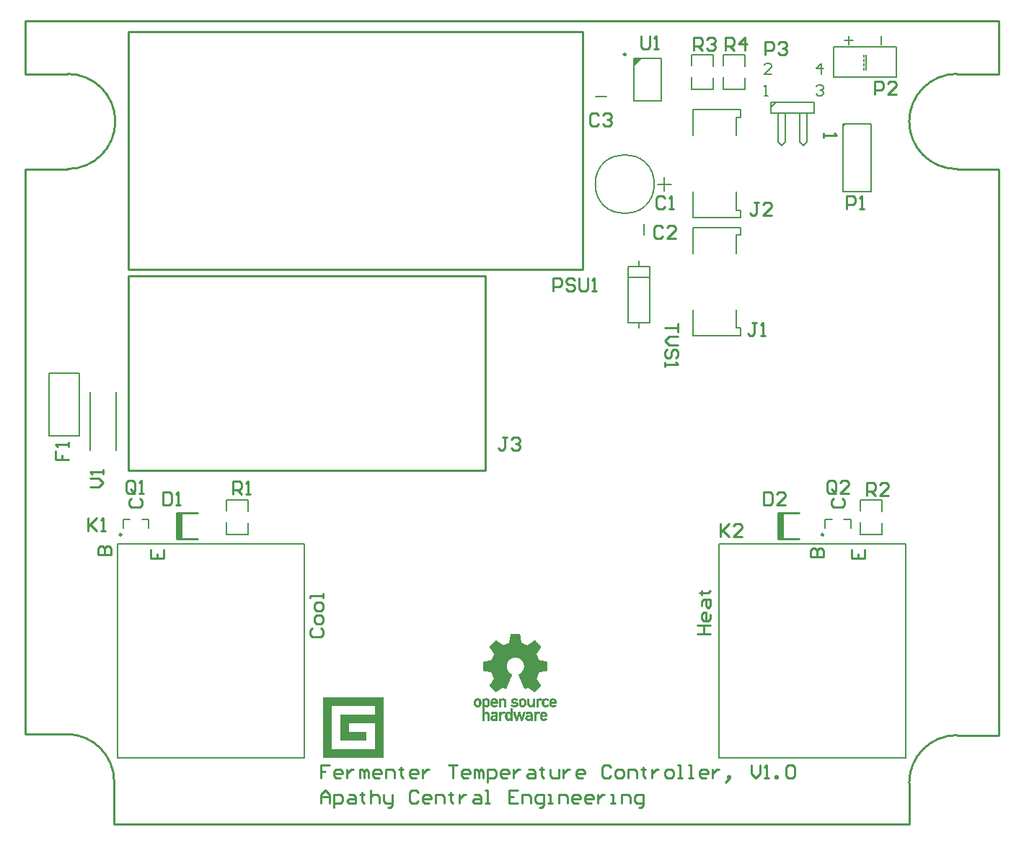
<source format=gto>
%FSLAX24Y24*%
%MOIN*%
G70*
G01*
G75*
G04 Layer_Color=65535*
%ADD10R,0.0236X0.0335*%
%ADD11R,0.1100X0.0290*%
%ADD12R,0.0591X0.0512*%
%ADD13R,0.0630X0.0512*%
%ADD14R,0.0512X0.0591*%
%ADD15O,0.0630X0.0236*%
%ADD16R,0.0550X0.1181*%
%ADD17C,0.0100*%
%ADD18C,0.0500*%
%ADD19C,0.0787*%
%ADD20O,0.0866X0.1102*%
%ADD21C,0.0669*%
G04:AMPARAMS|DCode=22|XSize=66.9mil|YSize=66.9mil|CornerRadius=8.4mil|HoleSize=0mil|Usage=FLASHONLY|Rotation=180.000|XOffset=0mil|YOffset=0mil|HoleType=Round|Shape=RoundedRectangle|*
%AMROUNDEDRECTD22*
21,1,0.0669,0.0502,0,0,180.0*
21,1,0.0502,0.0669,0,0,180.0*
1,1,0.0167,-0.0251,0.0251*
1,1,0.0167,0.0251,0.0251*
1,1,0.0167,0.0251,-0.0251*
1,1,0.0167,-0.0251,-0.0251*
%
%ADD22ROUNDEDRECTD22*%
%ADD23C,0.1000*%
%ADD24C,0.2500*%
G04:AMPARAMS|DCode=25|XSize=75mil|YSize=75mil|CornerRadius=9.4mil|HoleSize=0mil|Usage=FLASHONLY|Rotation=0.000|XOffset=0mil|YOffset=0mil|HoleType=Round|Shape=RoundedRectangle|*
%AMROUNDEDRECTD25*
21,1,0.0750,0.0563,0,0,0.0*
21,1,0.0563,0.0750,0,0,0.0*
1,1,0.0188,0.0281,-0.0281*
1,1,0.0188,-0.0281,-0.0281*
1,1,0.0188,-0.0281,0.0281*
1,1,0.0188,0.0281,0.0281*
%
%ADD25ROUNDEDRECTD25*%
%ADD26C,0.0750*%
G04:AMPARAMS|DCode=27|XSize=110mil|YSize=110mil|CornerRadius=13.8mil|HoleSize=0mil|Usage=FLASHONLY|Rotation=90.000|XOffset=0mil|YOffset=0mil|HoleType=Round|Shape=RoundedRectangle|*
%AMROUNDEDRECTD27*
21,1,0.1100,0.0825,0,0,90.0*
21,1,0.0825,0.1100,0,0,90.0*
1,1,0.0275,0.0413,0.0413*
1,1,0.0275,0.0413,-0.0413*
1,1,0.0275,-0.0413,-0.0413*
1,1,0.0275,-0.0413,0.0413*
%
%ADD27ROUNDEDRECTD27*%
%ADD28C,0.1100*%
%ADD29O,0.0850X0.1000*%
G04:AMPARAMS|DCode=30|XSize=110mil|YSize=110mil|CornerRadius=13.8mil|HoleSize=0mil|Usage=FLASHONLY|Rotation=180.000|XOffset=0mil|YOffset=0mil|HoleType=Round|Shape=RoundedRectangle|*
%AMROUNDEDRECTD30*
21,1,0.1100,0.0825,0,0,180.0*
21,1,0.0825,0.1100,0,0,180.0*
1,1,0.0275,-0.0413,0.0413*
1,1,0.0275,0.0413,0.0413*
1,1,0.0275,0.0413,-0.0413*
1,1,0.0275,-0.0413,-0.0413*
%
%ADD30ROUNDEDRECTD30*%
%ADD31C,0.1300*%
%ADD32C,0.0551*%
%ADD33C,0.0591*%
%ADD34R,0.0591X0.0591*%
%ADD35C,0.0500*%
%ADD36C,0.0098*%
%ADD37C,0.0050*%
%ADD38C,0.0079*%
%ADD39C,0.0060*%
%ADD40C,0.0010*%
%ADD41C,0.0080*%
G36*
X16500Y5550D02*
Y3550D01*
Y3150D01*
X13700D01*
Y3550D01*
Y5550D01*
Y5950D01*
X16500D01*
Y5550D01*
D02*
G37*
G36*
X28070Y35141D02*
Y35534D01*
X28464D01*
X28070Y35141D01*
D02*
G37*
%LPC*%
G36*
X16100Y5550D02*
X14100D01*
Y3550D01*
X16100D01*
Y4750D01*
X14900D01*
Y4350D01*
X15700D01*
Y3950D01*
X14500D01*
Y4750D01*
Y5150D01*
X16100D01*
Y5550D01*
D02*
G37*
%LPD*%
D17*
X4700Y25750D02*
Y36750D01*
X25700Y25750D02*
Y36750D01*
X4700Y25750D02*
X25700D01*
X4700Y36750D02*
X25700D01*
X21200Y16450D02*
Y25450D01*
X4700Y16450D02*
X21200D01*
X4700D02*
Y25450D01*
X21200D01*
X6950Y13300D02*
X7900D01*
X7050Y13350D02*
Y14500D01*
X7150Y13300D02*
Y14500D01*
X6950Y13300D02*
Y14500D01*
X7900D01*
X34750Y13300D02*
X35700D01*
X34850Y13350D02*
Y14500D01*
X34950Y13300D02*
Y14500D01*
X34750Y13300D02*
Y14500D01*
X35700D01*
X29500Y29050D02*
X29400Y29150D01*
X29200D01*
X29100Y29050D01*
Y28650D01*
X29200Y28550D01*
X29400D01*
X29500Y28650D01*
X29700Y28550D02*
X29900D01*
X29800D01*
Y29150D01*
X29700Y29050D01*
X22200Y18000D02*
X22000D01*
X22100D01*
Y17500D01*
X22000Y17400D01*
X21900D01*
X21800Y17500D01*
X22400Y17900D02*
X22500Y18000D01*
X22700D01*
X22800Y17900D01*
Y17800D01*
X22700Y17700D01*
X22600D01*
X22700D01*
X22800Y17600D01*
Y17500D01*
X22700Y17400D01*
X22500D01*
X22400Y17500D01*
X29400Y27700D02*
X29300Y27800D01*
X29100D01*
X29000Y27700D01*
Y27300D01*
X29100Y27200D01*
X29300D01*
X29400Y27300D01*
X30000Y27200D02*
X29600D01*
X30000Y27600D01*
Y27700D01*
X29900Y27800D01*
X29700D01*
X29600Y27700D01*
X26450Y32900D02*
X26350Y33000D01*
X26150D01*
X26050Y32900D01*
Y32500D01*
X26150Y32400D01*
X26350D01*
X26450Y32500D01*
X26650Y32900D02*
X26750Y33000D01*
X26950D01*
X27050Y32900D01*
Y32800D01*
X26950Y32700D01*
X26850D01*
X26950D01*
X27050Y32600D01*
Y32500D01*
X26950Y32400D01*
X26750D01*
X26650Y32500D01*
X6290Y15450D02*
Y14850D01*
X6590D01*
X6690Y14950D01*
Y15350D01*
X6590Y15450D01*
X6290D01*
X6890Y14850D02*
X7090D01*
X6990D01*
Y15450D01*
X6890Y15350D01*
X34080Y15450D02*
Y14850D01*
X34380D01*
X34480Y14950D01*
Y15350D01*
X34380Y15450D01*
X34080D01*
X35080Y14850D02*
X34680D01*
X35080Y15250D01*
Y15350D01*
X34980Y15450D01*
X34780D01*
X34680Y15350D01*
X1350Y17350D02*
Y16950D01*
X1650D01*
Y17150D01*
Y16950D01*
X1950D01*
Y17550D02*
Y17750D01*
Y17650D01*
X1350D01*
X1450Y17550D01*
X37900Y28550D02*
Y29150D01*
X38200D01*
X38300Y29050D01*
Y28850D01*
X38200Y28750D01*
X37900D01*
X38500Y28550D02*
X38700D01*
X38600D01*
Y29150D01*
X38500Y29050D01*
X39200Y33850D02*
Y34450D01*
X39500D01*
X39600Y34350D01*
Y34150D01*
X39500Y34050D01*
X39200D01*
X40200Y33850D02*
X39800D01*
X40200Y34250D01*
Y34350D01*
X40100Y34450D01*
X39900D01*
X39800Y34350D01*
X24350Y24750D02*
Y25350D01*
X24650D01*
X24750Y25250D01*
Y25050D01*
X24650Y24950D01*
X24350D01*
X25350Y25250D02*
X25250Y25350D01*
X25050D01*
X24950Y25250D01*
Y25150D01*
X25050Y25050D01*
X25250D01*
X25350Y24950D01*
Y24850D01*
X25250Y24750D01*
X25050D01*
X24950Y24850D01*
X25550Y25350D02*
Y24850D01*
X25650Y24750D01*
X25850D01*
X25949Y24850D01*
Y25350D01*
X26149Y24750D02*
X26349D01*
X26249D01*
Y25350D01*
X26149Y25250D01*
X5000Y15500D02*
Y15900D01*
X4900Y16000D01*
X4700D01*
X4600Y15900D01*
Y15500D01*
X4700Y15400D01*
X4900D01*
X4800Y15600D02*
X5000Y15400D01*
X4900D02*
X5000Y15500D01*
X5200Y15400D02*
X5400D01*
X5300D01*
Y16000D01*
X5200Y15900D01*
X37400Y15500D02*
Y15900D01*
X37300Y16000D01*
X37100D01*
X37000Y15900D01*
Y15500D01*
X37100Y15400D01*
X37300D01*
X37200Y15600D02*
X37400Y15400D01*
X37300D02*
X37400Y15500D01*
X38000Y15400D02*
X37600D01*
X38000Y15800D01*
Y15900D01*
X37900Y16000D01*
X37700D01*
X37600Y15900D01*
X9550Y15350D02*
Y15950D01*
X9850D01*
X9950Y15850D01*
Y15650D01*
X9850Y15550D01*
X9550D01*
X9750D02*
X9950Y15350D01*
X10150D02*
X10350D01*
X10250D01*
Y15950D01*
X10150Y15850D01*
X38850Y15300D02*
Y15900D01*
X39150D01*
X39250Y15800D01*
Y15600D01*
X39150Y15500D01*
X38850D01*
X39050D02*
X39250Y15300D01*
X39850D02*
X39450D01*
X39850Y15700D01*
Y15800D01*
X39750Y15900D01*
X39550D01*
X39450Y15800D01*
X30850Y35900D02*
Y36500D01*
X31150D01*
X31250Y36400D01*
Y36200D01*
X31150Y36100D01*
X30850D01*
X31050D02*
X31250Y35900D01*
X31450Y36400D02*
X31550Y36500D01*
X31750D01*
X31850Y36400D01*
Y36300D01*
X31750Y36200D01*
X31650D01*
X31750D01*
X31850Y36100D01*
Y36000D01*
X31750Y35900D01*
X31550D01*
X31450Y36000D01*
X32300Y35900D02*
Y36500D01*
X32600D01*
X32700Y36400D01*
Y36200D01*
X32600Y36100D01*
X32300D01*
X32500D02*
X32700Y35900D01*
X33200D02*
Y36500D01*
X32900Y36200D01*
X33300D01*
X30100Y23250D02*
Y22850D01*
Y23050D01*
X29500D01*
X30100Y22650D02*
X29700D01*
X29500Y22450D01*
X29700Y22250D01*
X30100D01*
X30000Y21651D02*
X30100Y21750D01*
Y21950D01*
X30000Y22050D01*
X29900D01*
X29800Y21950D01*
Y21750D01*
X29700Y21651D01*
X29600D01*
X29500Y21750D01*
Y21950D01*
X29600Y22050D01*
X29500Y21451D02*
Y21251D01*
Y21351D01*
X30100D01*
X30000Y21451D01*
X2850Y14250D02*
Y13650D01*
Y13850D01*
X3250Y14250D01*
X2950Y13950D01*
X3250Y13650D01*
X3450D02*
X3650D01*
X3550D01*
Y14250D01*
X3450Y14150D01*
X32075Y13985D02*
Y13385D01*
Y13585D01*
X32475Y13985D01*
X32175Y13685D01*
X32475Y13385D01*
X33075D02*
X32675D01*
X33075Y13785D01*
Y13885D01*
X32975Y13985D01*
X32775D01*
X32675Y13885D01*
X33750Y23300D02*
X33550D01*
X33650D01*
Y22800D01*
X33550Y22700D01*
X33450D01*
X33350Y22800D01*
X33950Y22700D02*
X34150D01*
X34050D01*
Y23300D01*
X33950Y23200D01*
X33850Y28850D02*
X33650D01*
X33750D01*
Y28350D01*
X33650Y28250D01*
X33550D01*
X33450Y28350D01*
X34450Y28250D02*
X34050D01*
X34450Y28650D01*
Y28750D01*
X34350Y28850D01*
X34150D01*
X34050Y28750D01*
X28400Y36550D02*
Y36050D01*
X28500Y35950D01*
X28700D01*
X28800Y36050D01*
Y36550D01*
X29000Y35950D02*
X29200D01*
X29100D01*
Y36550D01*
X29000Y36450D01*
X2950Y15700D02*
X3350D01*
X3550Y15900D01*
X3350Y16100D01*
X2950D01*
X3550Y16300D02*
Y16500D01*
Y16400D01*
X2950D01*
X3050Y16300D01*
X34125Y35675D02*
Y36275D01*
X34425D01*
X34525Y36175D01*
Y35975D01*
X34425Y35875D01*
X34125D01*
X34725Y36175D02*
X34825Y36275D01*
X35025D01*
X35125Y36175D01*
Y36075D01*
X35025Y35975D01*
X34925D01*
X35025D01*
X35125Y35875D01*
Y35775D01*
X35025Y35675D01*
X34825D01*
X34725Y35775D01*
X37300Y15150D02*
X37200Y15050D01*
Y14850D01*
X37300Y14750D01*
X37700D01*
X37800Y14850D01*
Y15050D01*
X37700Y15150D01*
X38150Y12800D02*
Y12400D01*
X38750D01*
Y12800D01*
X38450Y12400D02*
Y12600D01*
X36250Y12450D02*
X36850D01*
Y12750D01*
X36750Y12850D01*
X36650D01*
X36550Y12750D01*
Y12450D01*
Y12750D01*
X36450Y12850D01*
X36350D01*
X36250Y12750D01*
Y12450D01*
X4850Y15150D02*
X4750Y15050D01*
Y14850D01*
X4850Y14750D01*
X5250D01*
X5350Y14850D01*
Y15050D01*
X5250Y15150D01*
X5750Y12800D02*
Y12400D01*
X6350D01*
Y12800D01*
X6050Y12400D02*
Y12600D01*
X3300Y12550D02*
X3900D01*
Y12850D01*
X3800Y12950D01*
X3700D01*
X3600Y12850D01*
Y12550D01*
Y12850D01*
X3500Y12950D01*
X3400D01*
X3300Y12850D01*
Y12550D01*
X31000Y8900D02*
X31600D01*
X31300D01*
Y9300D01*
X31000D01*
X31600D01*
Y9800D02*
Y9600D01*
X31500Y9500D01*
X31300D01*
X31200Y9600D01*
Y9800D01*
X31300Y9900D01*
X31400D01*
Y9500D01*
X31200Y10200D02*
Y10400D01*
X31300Y10499D01*
X31600D01*
Y10200D01*
X31500Y10100D01*
X31400Y10200D01*
Y10499D01*
X31100Y10799D02*
X31200D01*
Y10699D01*
Y10899D01*
Y10799D01*
X31500D01*
X31600Y10899D01*
X13200Y9150D02*
X13100Y9050D01*
Y8850D01*
X13200Y8750D01*
X13600D01*
X13700Y8850D01*
Y9050D01*
X13600Y9150D01*
X13700Y9450D02*
Y9650D01*
X13600Y9750D01*
X13400D01*
X13300Y9650D01*
Y9450D01*
X13400Y9350D01*
X13600D01*
X13700Y9450D01*
Y10050D02*
Y10250D01*
X13600Y10349D01*
X13400D01*
X13300Y10250D01*
Y10050D01*
X13400Y9950D01*
X13600D01*
X13700Y10050D01*
Y10549D02*
Y10749D01*
Y10649D01*
X13100D01*
Y10549D01*
X13600Y1060D02*
Y1460D01*
X13800Y1660D01*
X14000Y1460D01*
Y1060D01*
Y1360D01*
X13600D01*
X14200Y860D02*
Y1460D01*
X14500D01*
X14600Y1360D01*
Y1160D01*
X14500Y1060D01*
X14200D01*
X14900Y1460D02*
X15100D01*
X15199Y1360D01*
Y1060D01*
X14900D01*
X14800Y1160D01*
X14900Y1260D01*
X15199D01*
X15499Y1560D02*
Y1460D01*
X15399D01*
X15599D01*
X15499D01*
Y1160D01*
X15599Y1060D01*
X15899Y1660D02*
Y1060D01*
Y1360D01*
X15999Y1460D01*
X16199D01*
X16299Y1360D01*
Y1060D01*
X16499Y1460D02*
Y1160D01*
X16599Y1060D01*
X16899D01*
Y960D01*
X16799Y860D01*
X16699D01*
X16899Y1060D02*
Y1460D01*
X18099Y1560D02*
X17999Y1660D01*
X17799D01*
X17699Y1560D01*
Y1160D01*
X17799Y1060D01*
X17999D01*
X18099Y1160D01*
X18598Y1060D02*
X18398D01*
X18298Y1160D01*
Y1360D01*
X18398Y1460D01*
X18598D01*
X18698Y1360D01*
Y1260D01*
X18298D01*
X18898Y1060D02*
Y1460D01*
X19198D01*
X19298Y1360D01*
Y1060D01*
X19598Y1560D02*
Y1460D01*
X19498D01*
X19698D01*
X19598D01*
Y1160D01*
X19698Y1060D01*
X19998Y1460D02*
Y1060D01*
Y1260D01*
X20098Y1360D01*
X20198Y1460D01*
X20298D01*
X20698D02*
X20898D01*
X20998Y1360D01*
Y1060D01*
X20698D01*
X20598Y1160D01*
X20698Y1260D01*
X20998D01*
X21198Y1060D02*
X21397D01*
X21298D01*
Y1660D01*
X21198D01*
X22697D02*
X22297D01*
Y1060D01*
X22697D01*
X22297Y1360D02*
X22497D01*
X22897Y1060D02*
Y1460D01*
X23197D01*
X23297Y1360D01*
Y1060D01*
X23697Y860D02*
X23797D01*
X23897Y960D01*
Y1460D01*
X23597D01*
X23497Y1360D01*
Y1160D01*
X23597Y1060D01*
X23897D01*
X24097D02*
X24297D01*
X24197D01*
Y1460D01*
X24097D01*
X24596Y1060D02*
Y1460D01*
X24896D01*
X24996Y1360D01*
Y1060D01*
X25496D02*
X25296D01*
X25196Y1160D01*
Y1360D01*
X25296Y1460D01*
X25496D01*
X25596Y1360D01*
Y1260D01*
X25196D01*
X26096Y1060D02*
X25896D01*
X25796Y1160D01*
Y1360D01*
X25896Y1460D01*
X26096D01*
X26196Y1360D01*
Y1260D01*
X25796D01*
X26396Y1460D02*
Y1060D01*
Y1260D01*
X26496Y1360D01*
X26596Y1460D01*
X26696D01*
X26996Y1060D02*
X27196D01*
X27096D01*
Y1460D01*
X26996D01*
X27496Y1060D02*
Y1460D01*
X27795D01*
X27895Y1360D01*
Y1060D01*
X28295Y860D02*
X28395D01*
X28495Y960D01*
Y1460D01*
X28195D01*
X28095Y1360D01*
Y1160D01*
X28195Y1060D01*
X28495D01*
X14000Y2810D02*
X13600D01*
Y2510D01*
X13800D01*
X13600D01*
Y2210D01*
X14500D02*
X14300D01*
X14200Y2310D01*
Y2510D01*
X14300Y2610D01*
X14500D01*
X14600Y2510D01*
Y2410D01*
X14200D01*
X14800Y2610D02*
Y2210D01*
Y2410D01*
X14900Y2510D01*
X15000Y2610D01*
X15100D01*
X15399Y2210D02*
Y2610D01*
X15499D01*
X15599Y2510D01*
Y2210D01*
Y2510D01*
X15699Y2610D01*
X15799Y2510D01*
Y2210D01*
X16299D02*
X16099D01*
X15999Y2310D01*
Y2510D01*
X16099Y2610D01*
X16299D01*
X16399Y2510D01*
Y2410D01*
X15999D01*
X16599Y2210D02*
Y2610D01*
X16899D01*
X16999Y2510D01*
Y2210D01*
X17299Y2710D02*
Y2610D01*
X17199D01*
X17399D01*
X17299D01*
Y2310D01*
X17399Y2210D01*
X17999D02*
X17799D01*
X17699Y2310D01*
Y2510D01*
X17799Y2610D01*
X17999D01*
X18099Y2510D01*
Y2410D01*
X17699D01*
X18298Y2610D02*
Y2210D01*
Y2410D01*
X18398Y2510D01*
X18498Y2610D01*
X18598D01*
X19498Y2810D02*
X19898D01*
X19698D01*
Y2210D01*
X20398D02*
X20198D01*
X20098Y2310D01*
Y2510D01*
X20198Y2610D01*
X20398D01*
X20498Y2510D01*
Y2410D01*
X20098D01*
X20698Y2210D02*
Y2610D01*
X20798D01*
X20898Y2510D01*
Y2210D01*
Y2510D01*
X20998Y2610D01*
X21098Y2510D01*
Y2210D01*
X21298Y2010D02*
Y2610D01*
X21597D01*
X21697Y2510D01*
Y2310D01*
X21597Y2210D01*
X21298D01*
X22197D02*
X21997D01*
X21897Y2310D01*
Y2510D01*
X21997Y2610D01*
X22197D01*
X22297Y2510D01*
Y2410D01*
X21897D01*
X22497Y2610D02*
Y2210D01*
Y2410D01*
X22597Y2510D01*
X22697Y2610D01*
X22797D01*
X23197D02*
X23397D01*
X23497Y2510D01*
Y2210D01*
X23197D01*
X23097Y2310D01*
X23197Y2410D01*
X23497D01*
X23797Y2710D02*
Y2610D01*
X23697D01*
X23897D01*
X23797D01*
Y2310D01*
X23897Y2210D01*
X24197Y2610D02*
Y2310D01*
X24297Y2210D01*
X24596D01*
Y2610D01*
X24796D02*
Y2210D01*
Y2410D01*
X24896Y2510D01*
X24996Y2610D01*
X25096D01*
X25696Y2210D02*
X25496D01*
X25396Y2310D01*
Y2510D01*
X25496Y2610D01*
X25696D01*
X25796Y2510D01*
Y2410D01*
X25396D01*
X26996Y2710D02*
X26896Y2810D01*
X26696D01*
X26596Y2710D01*
Y2310D01*
X26696Y2210D01*
X26896D01*
X26996Y2310D01*
X27296Y2210D02*
X27496D01*
X27595Y2310D01*
Y2510D01*
X27496Y2610D01*
X27296D01*
X27196Y2510D01*
Y2310D01*
X27296Y2210D01*
X27795D02*
Y2610D01*
X28095D01*
X28195Y2510D01*
Y2210D01*
X28495Y2710D02*
Y2610D01*
X28395D01*
X28595D01*
X28495D01*
Y2310D01*
X28595Y2210D01*
X28895Y2610D02*
Y2210D01*
Y2410D01*
X28995Y2510D01*
X29095Y2610D01*
X29195D01*
X29595Y2210D02*
X29795D01*
X29895Y2310D01*
Y2510D01*
X29795Y2610D01*
X29595D01*
X29495Y2510D01*
Y2310D01*
X29595Y2210D01*
X30095D02*
X30295D01*
X30195D01*
Y2810D01*
X30095D01*
X30594Y2210D02*
X30794D01*
X30694D01*
Y2810D01*
X30594D01*
X31394Y2210D02*
X31194D01*
X31094Y2310D01*
Y2510D01*
X31194Y2610D01*
X31394D01*
X31494Y2510D01*
Y2410D01*
X31094D01*
X31694Y2610D02*
Y2210D01*
Y2410D01*
X31794Y2510D01*
X31894Y2610D01*
X31994D01*
X32394Y2110D02*
X32494Y2210D01*
Y2310D01*
X32394D01*
Y2210D01*
X32494D01*
X32394Y2110D01*
X32294Y2010D01*
X33494Y2810D02*
Y2410D01*
X33693Y2210D01*
X33893Y2410D01*
Y2810D01*
X34093Y2210D02*
X34293D01*
X34193D01*
Y2810D01*
X34093Y2710D01*
X34593Y2210D02*
Y2310D01*
X34693D01*
Y2210D01*
X34593D01*
X35093Y2710D02*
X35193Y2810D01*
X35393D01*
X35493Y2710D01*
Y2310D01*
X35393Y2210D01*
X35193D01*
X35093Y2310D01*
Y2710D01*
X36850Y32050D02*
Y31850D01*
Y31950D01*
X37450D01*
X37350Y32050D01*
X4050Y2050D02*
G03*
X1850Y4250I-2200J0D01*
G01*
X43000Y4200D02*
G03*
X40800Y2000I0J-2200D01*
G01*
Y32600D02*
G03*
X43000Y30400I2200J0D01*
G01*
Y34800D02*
G03*
X40800Y32600I0J-2200D01*
G01*
X1900Y30400D02*
G03*
X4100Y32600I0J2200D01*
G01*
D02*
G03*
X1900Y34800I-2200J0D01*
G01*
X-50D02*
Y37250D01*
Y34800D02*
X1900D01*
X-50Y37250D02*
X44950D01*
Y34800D02*
Y37250D01*
X43000Y34800D02*
X44950D01*
X-50Y4250D02*
Y30400D01*
X4050Y100D02*
Y2050D01*
X-50Y4250D02*
X1850D01*
X4050Y100D02*
X40800D01*
Y2000D01*
X43000Y4200D02*
X44950D01*
Y30400D01*
X43000D02*
X44950D01*
X-50D02*
X1900D01*
D36*
X36841Y13477D02*
G03*
X36841Y13477I-49J0D01*
G01*
X4391D02*
G03*
X4391Y13477I-49J0D01*
G01*
X27700Y35700D02*
G03*
X27700Y35700I-49J0D01*
G01*
D37*
X29012Y29700D02*
G03*
X29012Y29700I-1362J0D01*
G01*
X29481Y29385D02*
Y30015D01*
X29166Y29700D02*
X29796D01*
X37750Y32500D02*
X39050D01*
X37750Y29350D02*
X39050D01*
X37750D02*
Y32500D01*
X39050Y29350D02*
Y32500D01*
X28070Y33566D02*
Y35534D01*
X29330Y33566D02*
Y35534D01*
X28070D02*
X29330D01*
X28070Y33566D02*
X29330D01*
X39500Y36150D02*
Y36550D01*
X38000Y36150D02*
Y36550D01*
X37800Y36350D02*
X38200D01*
X38700Y35600D02*
Y35700D01*
Y35400D02*
Y35500D01*
Y35200D02*
Y35300D01*
Y35000D02*
Y35100D01*
X38800Y35000D02*
Y35700D01*
X37300Y36050D02*
X40200D01*
X37300Y34650D02*
X40200D01*
Y36050D01*
X37300Y34650D02*
Y36050D01*
X1050Y18050D02*
Y20950D01*
X2450Y18050D02*
Y20950D01*
X1050D02*
X2450D01*
X1050Y18050D02*
X2450D01*
D38*
X36909Y13782D02*
Y14176D01*
X37224D01*
X38091Y13782D02*
Y14176D01*
X37776D02*
X38091D01*
X4459Y13782D02*
Y14176D01*
X4774D01*
X5641Y13782D02*
Y14176D01*
X5326D02*
X5641D01*
X26300Y33750D02*
X26800D01*
X28550Y27350D02*
Y27850D01*
X28300Y25900D02*
Y26150D01*
Y23050D02*
Y23300D01*
X27800Y25400D02*
X28800D01*
X27800Y23300D02*
Y25900D01*
X28800D01*
Y23300D02*
Y25900D01*
X27800Y23300D02*
X28800D01*
X34400Y33500D02*
X36400D01*
X36067Y31667D02*
Y33000D01*
X35900Y31500D02*
X36067Y31667D01*
X35733D02*
X35900Y31500D01*
X35733Y31667D02*
Y33000D01*
X35067Y31667D02*
Y33000D01*
X34900Y31500D02*
X35067Y31667D01*
X34733D02*
X34900Y31500D01*
X34733Y31667D02*
Y33000D01*
X34400Y33250D02*
X34650Y33500D01*
X36400Y33000D02*
Y33500D01*
X34400Y33000D02*
X36400D01*
X34400D02*
Y33500D01*
D39*
X4200Y3150D02*
Y13050D01*
X12850D01*
X4200Y3150D02*
X12850D01*
Y13050D01*
X30800Y27700D02*
X33000D01*
X30800Y22700D02*
X33000D01*
X30800D02*
Y23900D01*
Y26500D02*
Y27700D01*
X33000Y27350D02*
Y27700D01*
Y22700D02*
Y23050D01*
X32800D02*
Y23900D01*
Y26500D02*
Y27350D01*
X33000D01*
X32800Y23050D02*
X33000D01*
X33210Y35150D02*
Y35700D01*
X32210D02*
X33210D01*
X32210Y35170D02*
Y35700D01*
X33200Y34100D02*
Y34630D01*
X32210Y34100D02*
X33200D01*
X32210D02*
Y34650D01*
X30740Y34100D02*
Y34650D01*
Y34100D02*
X31740D01*
Y34630D01*
X30750Y35170D02*
Y35700D01*
X31740D01*
Y35150D02*
Y35700D01*
X38540Y13500D02*
Y14050D01*
Y13500D02*
X39540D01*
Y14030D01*
X38550Y14570D02*
Y15100D01*
X39540D01*
Y14550D02*
Y15100D01*
X9240Y13500D02*
Y14050D01*
Y13500D02*
X10240D01*
Y14030D01*
X9250Y14570D02*
Y15100D01*
X10240D01*
Y14550D02*
Y15100D01*
X37750Y32400D02*
X37850Y32500D01*
X30800Y33150D02*
X33000D01*
X30800Y28150D02*
X33000D01*
X30800D02*
Y29350D01*
Y31950D02*
Y33150D01*
X33000Y32800D02*
Y33150D01*
Y28150D02*
Y28500D01*
X32800D02*
Y29350D01*
Y31950D02*
Y32800D01*
X33000D01*
X32800Y28500D02*
X33000D01*
X4150Y17400D02*
Y20077D01*
X2950Y17400D02*
Y20077D01*
X32000Y3150D02*
Y13050D01*
X40650D01*
X32000Y3150D02*
X40650D01*
Y13050D01*
D40*
X23840Y4900D02*
X23950D01*
X23460D02*
X23530D01*
X23290D02*
X23360D01*
X23130D02*
X23240D01*
X22840D02*
X22910D01*
X22610D02*
X22670D01*
X22360D02*
X22430D01*
X22200D02*
X22300D01*
X21850D02*
X21920D01*
X21680D02*
X21750D01*
X21520D02*
X21640D01*
X21310D02*
X21380D01*
X21070D02*
X21140D01*
X23810Y4910D02*
X23980D01*
X23460D02*
X23530D01*
X23290D02*
X23360D01*
X23110D02*
X23260D01*
X22840D02*
X22910D01*
X22600D02*
X22670D01*
X22360D02*
X22430D01*
X22180D02*
X22320D01*
X21850D02*
X21920D01*
X21680D02*
X21750D01*
X21500D02*
X21660D01*
X21310D02*
X21380D01*
X21070D02*
X21140D01*
X23800Y4920D02*
X24000D01*
X23460D02*
X23530D01*
X23290D02*
X23360D01*
X23090D02*
X23270D01*
X22840D02*
X22920D01*
X22600D02*
X22680D01*
X22360D02*
X22430D01*
X22170D02*
X22330D01*
X21850D02*
X21920D01*
X21680D02*
X21750D01*
X21490D02*
X21660D01*
X21310D02*
X21380D01*
X21070D02*
X21140D01*
X23780Y4930D02*
X24010D01*
X23460D02*
X23530D01*
X23080D02*
X23360D01*
X22830D02*
X22920D01*
X22600D02*
X22680D01*
X22360D02*
X22430D01*
X22160D02*
X22340D01*
X21850D02*
X21920D01*
X21480D02*
X21750D01*
X21310D02*
X21380D01*
X21070D02*
X21140D01*
X23770Y4940D02*
X24020D01*
X23460D02*
X23530D01*
X23070D02*
X23360D01*
X22830D02*
X22920D01*
X22590D02*
X22680D01*
X22150D02*
X22430D01*
X21850D02*
X21920D01*
X21470D02*
X21750D01*
X21310D02*
X21380D01*
X21070D02*
X21140D01*
X23770Y4950D02*
X24030D01*
X23460D02*
X23530D01*
X23070D02*
X23360D01*
X22830D02*
X22920D01*
X22590D02*
X22690D01*
X22140D02*
X22430D01*
X21850D02*
X21920D01*
X21460D02*
X21750D01*
X21310D02*
X21380D01*
X21070D02*
X21140D01*
X23920Y4960D02*
X24020D01*
X23760D02*
X23860D01*
X23460D02*
X23530D01*
X23250D02*
X23360D01*
X23060D02*
X23160D01*
X22830D02*
X22930D01*
X22590D02*
X22690D01*
X22140D02*
X22430D01*
X21850D02*
X21920D01*
X21640D02*
X21750D01*
X21450D02*
X21550D01*
X21310D02*
X21380D01*
X21070D02*
X21140D01*
X23950Y4970D02*
X24010D01*
X23750D02*
X23840D01*
X23460D02*
X23530D01*
X23270D02*
X23360D01*
X23060D02*
X23130D01*
X22820D02*
X22930D01*
X22580D02*
X22690D01*
X22320D02*
X22430D01*
X22130D02*
X22230D01*
X21850D02*
X21920D01*
X21670D02*
X21750D01*
X21450D02*
X21530D01*
X21310D02*
X21380D01*
X21070D02*
X21140D01*
X23970Y4980D02*
X23990D01*
X23750D02*
X23820D01*
X23460D02*
X23530D01*
X23280D02*
X23360D01*
X23060D02*
X23130D01*
X22820D02*
X22930D01*
X22580D02*
X22690D01*
X22330D02*
X22430D01*
X22130D02*
X22220D01*
X21850D02*
X21920D01*
X21670D02*
X21750D01*
X21450D02*
X21520D01*
X21310D02*
X21380D01*
X21070D02*
X21140D01*
X23740Y4990D02*
X23820D01*
X23460D02*
X23530D01*
X23280D02*
X23360D01*
X23050D02*
X23120D01*
X22820D02*
X22940D01*
X22580D02*
X22700D01*
X22340D02*
X22430D01*
X22130D02*
X22210D01*
X21850D02*
X21920D01*
X21680D02*
X21750D01*
X21450D02*
X21510D01*
X21310D02*
X21380D01*
X21070D02*
X21140D01*
X23740Y5000D02*
X23810D01*
X23460D02*
X23530D01*
X23290D02*
X23360D01*
X23050D02*
X23120D01*
X22810D02*
X22940D01*
X22570D02*
X22700D01*
X22350D02*
X22430D01*
X22130D02*
X22200D01*
X21850D02*
X21920D01*
X21680D02*
X21750D01*
X21450D02*
X21510D01*
X21310D02*
X21380D01*
X21070D02*
X21140D01*
X23740Y5010D02*
X23800D01*
X23460D02*
X23530D01*
X23290D02*
X23360D01*
X23050D02*
X23110D01*
X22880D02*
X22940D01*
X22810D02*
X22870D01*
X22640D02*
X22700D01*
X22570D02*
X22630D01*
X22350D02*
X22430D01*
X22130D02*
X22200D01*
X21850D02*
X21920D01*
X21680D02*
X21750D01*
X21450D02*
X21510D01*
X21310D02*
X21380D01*
X21070D02*
X21140D01*
X23730Y5020D02*
X23800D01*
X23460D02*
X23530D01*
X23290D02*
X23360D01*
X23050D02*
X23120D01*
X22890D02*
X22950D01*
X22810D02*
X22870D01*
X22650D02*
X22710D01*
X22570D02*
X22630D01*
X22350D02*
X22430D01*
X22130D02*
X22200D01*
X21850D02*
X21920D01*
X21680D02*
X21750D01*
X21450D02*
X21510D01*
X21310D02*
X21380D01*
X21070D02*
X21140D01*
X23730Y5030D02*
X23800D01*
X23460D02*
X23530D01*
X23290D02*
X23360D01*
X23050D02*
X23120D01*
X22890D02*
X22950D01*
X22800D02*
X22860D01*
X22650D02*
X22710D01*
X22560D02*
X22620D01*
X22350D02*
X22430D01*
X22120D02*
X22190D01*
X21850D02*
X21920D01*
X21680D02*
X21750D01*
X21450D02*
X21510D01*
X21310D02*
X21380D01*
X21070D02*
X21140D01*
X23730Y5040D02*
X23800D01*
X23460D02*
X23530D01*
X23290D02*
X23360D01*
X23060D02*
X23120D01*
X22890D02*
X22950D01*
X22800D02*
X22860D01*
X22650D02*
X22710D01*
X22560D02*
X22620D01*
X22360D02*
X22430D01*
X22120D02*
X22190D01*
X21850D02*
X21920D01*
X21680D02*
X21750D01*
X21450D02*
X21520D01*
X21310D02*
X21380D01*
X21070D02*
X21140D01*
X23730Y5050D02*
X23800D01*
X23460D02*
X23530D01*
X23290D02*
X23360D01*
X23060D02*
X23130D01*
X22890D02*
X22960D01*
X22800D02*
X22860D01*
X22660D02*
X22720D01*
X22560D02*
X22620D01*
X22360D02*
X22430D01*
X22120D02*
X22190D01*
X21850D02*
X21920D01*
X21680D02*
X21750D01*
X21450D02*
X21530D01*
X21310D02*
X21380D01*
X21070D02*
X21140D01*
X23730Y5060D02*
X23800D01*
X23460D02*
X23530D01*
X23290D02*
X23360D01*
X23070D02*
X23160D01*
X22900D02*
X22960D01*
X22800D02*
X22850D01*
X22660D02*
X22720D01*
X22550D02*
X22620D01*
X22360D02*
X22430D01*
X22120D02*
X22190D01*
X21850D02*
X21920D01*
X21680D02*
X21750D01*
X21460D02*
X21550D01*
X21310D02*
X21380D01*
X21070D02*
X21140D01*
X23730Y5070D02*
X24040D01*
X23460D02*
X23530D01*
X23070D02*
X23360D01*
X22900D02*
X22960D01*
X22790D02*
X22850D01*
X22660D02*
X22720D01*
X22550D02*
X22610D01*
X22360D02*
X22430D01*
X22120D02*
X22190D01*
X21850D02*
X21920D01*
X21470D02*
X21750D01*
X21310D02*
X21380D01*
X21070D02*
X21140D01*
X23730Y5080D02*
X24040D01*
X23460D02*
X23530D01*
X23080D02*
X23360D01*
X22900D02*
X22970D01*
X22790D02*
X22850D01*
X22670D02*
X22720D01*
X22550D02*
X22610D01*
X22360D02*
X22430D01*
X22120D02*
X22190D01*
X21850D02*
X21920D01*
X21470D02*
X21750D01*
X21310D02*
X21380D01*
X21070D02*
X21140D01*
X23730Y5090D02*
X24040D01*
X23460D02*
X23530D01*
X23090D02*
X23360D01*
X22910D02*
X22970D01*
X22790D02*
X22840D01*
X22670D02*
X22730D01*
X22540D02*
X22610D01*
X22360D02*
X22430D01*
X22120D02*
X22190D01*
X21850D02*
X21920D01*
X21480D02*
X21750D01*
X21310D02*
X21380D01*
X21070D02*
X21140D01*
X23730Y5100D02*
X24040D01*
X23460D02*
X23530D01*
X23100D02*
X23360D01*
X22910D02*
X22970D01*
X22780D02*
X22840D01*
X22670D02*
X22730D01*
X22540D02*
X22610D01*
X22360D02*
X22430D01*
X22120D02*
X22190D01*
X21850D02*
X21920D01*
X21500D02*
X21750D01*
X21310D02*
X21380D01*
X21070D02*
X21140D01*
X23730Y5110D02*
X24040D01*
X23460D02*
X23530D01*
X23120D02*
X23360D01*
X22910D02*
X22980D01*
X22780D02*
X22840D01*
X22680D02*
X22730D01*
X22540D02*
X22600D01*
X22360D02*
X22430D01*
X22120D02*
X22190D01*
X21850D02*
X21920D01*
X21520D02*
X21750D01*
X21310D02*
X21380D01*
X21070D02*
X21140D01*
X23970Y5120D02*
X24040D01*
X23730D02*
X23800D01*
X23460D02*
X23530D01*
X23290D02*
X23360D01*
X22910D02*
X22980D01*
X22780D02*
X22830D01*
X22680D02*
X22740D01*
X22540D02*
X22600D01*
X22360D02*
X22430D01*
X22120D02*
X22190D01*
X21850D02*
X21920D01*
X21680D02*
X21750D01*
X21310D02*
X21380D01*
X21070D02*
X21140D01*
X23970Y5130D02*
X24040D01*
X23730D02*
X23800D01*
X23460D02*
X23530D01*
X23290D02*
X23360D01*
X22920D02*
X22980D01*
X22780D02*
X22830D01*
X22680D02*
X22740D01*
X22530D02*
X22600D01*
X22360D02*
X22430D01*
X22120D02*
X22190D01*
X21850D02*
X21920D01*
X21680D02*
X21750D01*
X21310D02*
X21380D01*
X21070D02*
X21140D01*
X23970Y5140D02*
X24040D01*
X23730D02*
X23800D01*
X23460D02*
X23530D01*
X23290D02*
X23360D01*
X22920D02*
X22990D01*
X22770D02*
X22830D01*
X22690D02*
X22740D01*
X22530D02*
X22590D01*
X22360D02*
X22430D01*
X22120D02*
X22190D01*
X21850D02*
X21920D01*
X21680D02*
X21750D01*
X21310D02*
X21380D01*
X21070D02*
X21140D01*
X23970Y5150D02*
X24040D01*
X23730D02*
X23800D01*
X23460D02*
X23530D01*
X23290D02*
X23360D01*
X22920D02*
X22990D01*
X22770D02*
X22820D01*
X22690D02*
X22750D01*
X22530D02*
X22590D01*
X22350D02*
X22430D01*
X22120D02*
X22200D01*
X21850D02*
X21920D01*
X21680D02*
X21750D01*
X21300D02*
X21380D01*
X21070D02*
X21140D01*
X23970Y5160D02*
X24040D01*
X23740D02*
X23800D01*
X23460D02*
X23530D01*
X23290D02*
X23360D01*
X22930D02*
X22990D01*
X22770D02*
X22820D01*
X22690D02*
X22750D01*
X22520D02*
X22590D01*
X22350D02*
X22430D01*
X22130D02*
X22200D01*
X21850D02*
X21930D01*
X21680D02*
X21750D01*
X21300D02*
X21380D01*
X21070D02*
X21150D01*
X23970Y5170D02*
X24040D01*
X23740D02*
X23800D01*
X23460D02*
X23530D01*
X23290D02*
X23360D01*
X22930D02*
X23000D01*
X22760D02*
X22820D01*
X22700D02*
X22750D01*
X22520D02*
X22590D01*
X22350D02*
X22430D01*
X22130D02*
X22200D01*
X21850D02*
X21930D01*
X21680D02*
X21750D01*
X21300D02*
X21380D01*
X21070D02*
X21150D01*
X23960Y5180D02*
X24030D01*
X23740D02*
X23810D01*
X23460D02*
X23540D01*
X23290D02*
X23360D01*
X22930D02*
X23000D01*
X22700D02*
X22810D01*
X22520D02*
X22580D01*
X22340D02*
X22430D01*
X22130D02*
X22200D01*
X21850D02*
X21930D01*
X21680D02*
X21750D01*
X21290D02*
X21370D01*
X21070D02*
X21150D01*
X23950Y5190D02*
X24030D01*
X23750D02*
X23820D01*
X23460D02*
X23550D01*
X23290D02*
X23360D01*
X22930D02*
X23000D01*
X22700D02*
X22810D01*
X22510D02*
X22580D01*
X22340D02*
X22430D01*
X22130D02*
X22210D01*
X21850D02*
X21940D01*
X21680D02*
X21750D01*
X21290D02*
X21370D01*
X21070D02*
X21160D01*
X23940Y5200D02*
X24020D01*
X23750D02*
X23830D01*
X23460D02*
X23560D01*
X23280D02*
X23350D01*
X23120D02*
X23130D01*
X22940D02*
X23000D01*
X22710D02*
X22810D01*
X22510D02*
X22580D01*
X22330D02*
X22430D01*
X22130D02*
X22220D01*
X21850D02*
X21950D01*
X21670D02*
X21750D01*
X21510D02*
X21530D01*
X21280D02*
X21370D01*
X21070D02*
X21170D01*
X23930Y5210D02*
X24020D01*
X23760D02*
X23840D01*
X23640D02*
X23670D01*
X23460D02*
X23570D01*
X23270D02*
X23350D01*
X23110D02*
X23140D01*
X22940D02*
X23010D01*
X22710D02*
X22800D01*
X22510D02*
X22580D01*
X22310D02*
X22430D01*
X22130D02*
X22240D01*
X22040D02*
X22060D01*
X21850D02*
X21970D01*
X21660D02*
X21740D01*
X21500D02*
X21540D01*
X21260D02*
X21370D01*
X21070D02*
X21190D01*
X23900Y5220D02*
X24010D01*
X23760D02*
X23880D01*
X23460D02*
X23680D01*
X23220D02*
X23350D01*
X23090D02*
X23190D01*
X22940D02*
X23010D01*
X22710D02*
X22800D01*
X22500D02*
X22570D01*
X22140D02*
X22430D01*
X21850D02*
X22070D01*
X21620D02*
X21740D01*
X21490D02*
X21590D01*
X21070D02*
X21360D01*
X23770Y5230D02*
X24010D01*
X23460D02*
X23690D01*
X23080D02*
X23340D01*
X22940D02*
X23010D01*
X22720D02*
X22800D01*
X22500D02*
X22570D01*
X22150D02*
X22430D01*
X21850D02*
X22080D01*
X21470D02*
X21730D01*
X21070D02*
X21350D01*
X23780Y5240D02*
X24000D01*
X23540D02*
X23690D01*
X23460D02*
X23530D01*
X23080D02*
X23330D01*
X22950D02*
X23020D01*
X22720D02*
X22800D01*
X22500D02*
X22570D01*
X22150D02*
X22430D01*
X21930D02*
X22090D01*
X21850D02*
X21920D01*
X21470D02*
X21730D01*
X21070D02*
X21350D01*
X23790Y5250D02*
X23980D01*
X23550D02*
X23700D01*
X23460D02*
X23530D01*
X23090D02*
X23320D01*
X22950D02*
X23020D01*
X22720D02*
X22790D01*
X22490D02*
X22560D01*
X22360D02*
X22430D01*
X22160D02*
X22330D01*
X21940D02*
X22100D01*
X21850D02*
X21920D01*
X21480D02*
X21720D01*
X21160D02*
X21340D01*
X21070D02*
X21140D01*
X23800Y5260D02*
X23970D01*
X23560D02*
X23710D01*
X23460D02*
X23530D01*
X23100D02*
X23310D01*
X22950D02*
X23020D01*
X22730D02*
X22790D01*
X22490D02*
X22560D01*
X22360D02*
X22430D01*
X22170D02*
X22320D01*
X21950D02*
X22100D01*
X21850D02*
X21920D01*
X21500D02*
X21700D01*
X21170D02*
X21320D01*
X21070D02*
X21140D01*
X23820Y5270D02*
X23950D01*
X23580D02*
X23690D01*
X23460D02*
X23530D01*
X23120D02*
X23290D01*
X22960D02*
X23030D01*
X22730D02*
X22790D01*
X22490D02*
X22560D01*
X22360D02*
X22430D01*
X22190D02*
X22310D01*
X21970D02*
X22090D01*
X21850D02*
X21920D01*
X21510D02*
X21690D01*
X21190D02*
X21310D01*
X21070D02*
X21140D01*
X23850Y5280D02*
X23920D01*
X23600D02*
X23670D01*
X23460D02*
X23530D01*
X23150D02*
X23260D01*
X22960D02*
X23030D01*
X22730D02*
X22780D01*
X22480D02*
X22560D01*
X22360D02*
X22430D01*
X22210D02*
X22280D01*
X21990D02*
X22060D01*
X21850D02*
X21920D01*
X21540D02*
X21650D01*
X21210D02*
X21280D01*
X21070D02*
X21140D01*
X22360Y5290D02*
X22430D01*
X21070D02*
X21140D01*
X22360Y5300D02*
X22430D01*
X21070D02*
X21140D01*
X22360Y5310D02*
X22430D01*
X21070D02*
X21140D01*
X22360Y5320D02*
X22430D01*
X21070D02*
X21140D01*
X22360Y5330D02*
X22430D01*
X21070D02*
X21140D01*
X22360Y5340D02*
X22430D01*
X21070D02*
X21140D01*
X22360Y5350D02*
X22430D01*
X21070D02*
X21140D01*
X22360Y5360D02*
X22430D01*
X21070D02*
X21140D01*
X22360Y5370D02*
X22430D01*
X21070D02*
X21140D01*
X22360Y5380D02*
X22430D01*
X21070D02*
X21140D01*
X22360Y5390D02*
X22430D01*
X21070D02*
X21140D01*
X22360Y5400D02*
X22430D01*
X21070D02*
X21140D01*
X22360Y5410D02*
X22430D01*
X21070D02*
X21140D01*
X22360Y5420D02*
X22430D01*
X21070D02*
X21140D01*
X22360Y5430D02*
X22430D01*
X21070D02*
X21140D01*
X22360Y5440D02*
X22430D01*
X21070D02*
X21140D01*
X21070Y5450D02*
X21140D01*
X21070Y5460D02*
X21140D01*
X21070Y5470D02*
X21140D01*
X21070Y5480D02*
X21140D01*
X21070Y5490D02*
X21140D01*
X21070Y5500D02*
X21140D01*
X21070Y5510D02*
X21140D01*
X24300Y5520D02*
X24360D01*
X23960D02*
X24010D01*
X23270D02*
X23310D01*
X22890D02*
X22940D01*
X22510D02*
X22560D01*
X21580D02*
X21650D01*
X21220D02*
X21270D01*
X21070D02*
X21140D01*
X20810D02*
X20860D01*
X24260Y5530D02*
X24400D01*
X23920D02*
X24050D01*
X23560D02*
X23630D01*
X23390D02*
X23460D01*
X23230D02*
X23340D01*
X22850D02*
X22980D01*
X22470D02*
X22620D01*
X22070D02*
X22140D01*
X21840D02*
X21910D01*
X21540D02*
X21680D01*
X21200D02*
X21300D01*
X21070D02*
X21140D01*
X20770D02*
X20900D01*
X24240Y5540D02*
X24420D01*
X23900D02*
X24070D01*
X23560D02*
X23630D01*
X23390D02*
X23460D01*
X23210D02*
X23350D01*
X22830D02*
X23000D01*
X22440D02*
X22640D01*
X22070D02*
X22140D01*
X21840D02*
X21910D01*
X21520D02*
X21700D01*
X21180D02*
X21320D01*
X21070D02*
X21140D01*
X20750D02*
X20920D01*
X24220Y5550D02*
X24430D01*
X23890D02*
X24090D01*
X23560D02*
X23630D01*
X23390D02*
X23460D01*
X23200D02*
X23360D01*
X22820D02*
X23010D01*
X22420D02*
X22650D01*
X22070D02*
X22140D01*
X21840D02*
X21910D01*
X21510D02*
X21720D01*
X21170D02*
X21330D01*
X21070D02*
X21140D01*
X20740D02*
X20930D01*
X24210Y5560D02*
X24450D01*
X23870D02*
X24100D01*
X23560D02*
X23630D01*
X23390D02*
X23460D01*
X23190D02*
X23370D01*
X22810D02*
X23020D01*
X22410D02*
X22670D01*
X22070D02*
X22140D01*
X21840D02*
X21910D01*
X21500D02*
X21730D01*
X21150D02*
X21340D01*
X21070D02*
X21140D01*
X20730D02*
X20940D01*
X24200Y5570D02*
X24460D01*
X23860D02*
X24110D01*
X23560D02*
X23630D01*
X23180D02*
X23460D01*
X22800D02*
X23030D01*
X22390D02*
X22680D01*
X22070D02*
X22140D01*
X21840D02*
X21910D01*
X21490D02*
X21740D01*
X21070D02*
X21350D01*
X20720D02*
X20950D01*
X24190Y5580D02*
X24460D01*
X23860D02*
X24120D01*
X23560D02*
X23630D01*
X23170D02*
X23460D01*
X22790D02*
X23040D01*
X22380D02*
X22680D01*
X22070D02*
X22140D01*
X21840D02*
X21910D01*
X21480D02*
X21740D01*
X21070D02*
X21360D01*
X20710D02*
X20960D01*
X24370Y5590D02*
X24450D01*
X24190D02*
X24280D01*
X24020D02*
X24110D01*
X23850D02*
X23970D01*
X23560D02*
X23630D01*
X23330D02*
X23460D01*
X23170D02*
X23280D01*
X22930D02*
X23050D01*
X22780D02*
X22900D01*
X22590D02*
X22690D01*
X22380D02*
X22490D01*
X22070D02*
X22140D01*
X21840D02*
X21910D01*
X21650D02*
X21730D01*
X21470D02*
X21570D01*
X21250D02*
X21360D01*
X21070D02*
X21190D01*
X20850D02*
X20970D01*
X20700D02*
X20820D01*
X24390Y5600D02*
X24430D01*
X24180D02*
X24270D01*
X24040D02*
X24100D01*
X23840D02*
X23940D01*
X23560D02*
X23630D01*
X23350D02*
X23460D01*
X23160D02*
X23260D01*
X22960D02*
X23050D01*
X22780D02*
X22870D01*
X22610D02*
X22690D01*
X22390D02*
X22460D01*
X22070D02*
X22140D01*
X21840D02*
X21910D01*
X21670D02*
X21720D01*
X21470D02*
X21550D01*
X21280D02*
X21370D01*
X21070D02*
X21170D01*
X20880D02*
X20970D01*
X20700D02*
X20790D01*
X24400Y5610D02*
X24420D01*
X24180D02*
X24250D01*
X24060D02*
X24090D01*
X23840D02*
X23920D01*
X23560D02*
X23630D01*
X23370D02*
X23460D01*
X23160D02*
X23240D01*
X22980D02*
X23060D01*
X22770D02*
X22850D01*
X22620D02*
X22700D01*
X22400D02*
X22450D01*
X22070D02*
X22140D01*
X21840D02*
X21910D01*
X21690D02*
X21710D01*
X21460D02*
X21540D01*
X21290D02*
X21370D01*
X21070D02*
X21160D01*
X20890D02*
X20980D01*
X20690D02*
X20770D01*
X24170Y5620D02*
X24250D01*
X24070D02*
X24080D01*
X23830D02*
X23910D01*
X23560D02*
X23630D01*
X23370D02*
X23460D01*
X23150D02*
X23240D01*
X22980D02*
X23060D01*
X22770D02*
X22840D01*
X22630D02*
X22700D01*
X22410D02*
X22430D01*
X22070D02*
X22140D01*
X21840D02*
X21910D01*
X21460D02*
X21530D01*
X21290D02*
X21370D01*
X21070D02*
X21160D01*
X20900D02*
X20980D01*
X20690D02*
X20760D01*
X24170Y5630D02*
X24240D01*
X23830D02*
X23900D01*
X23560D02*
X23630D01*
X23380D02*
X23460D01*
X23150D02*
X23230D01*
X22990D02*
X23060D01*
X22760D02*
X22840D01*
X22630D02*
X22700D01*
X22070D02*
X22140D01*
X21840D02*
X21910D01*
X21450D02*
X21520D01*
X21300D02*
X21370D01*
X21070D02*
X21150D01*
X20910D02*
X20980D01*
X20680D02*
X20760D01*
X24170Y5640D02*
X24230D01*
X23830D02*
X23900D01*
X23560D02*
X23630D01*
X23380D02*
X23460D01*
X23150D02*
X23230D01*
X22990D02*
X23070D01*
X22760D02*
X22830D01*
X22630D02*
X22700D01*
X22070D02*
X22140D01*
X21840D02*
X21910D01*
X21450D02*
X21520D01*
X21300D02*
X21370D01*
X21070D02*
X21150D01*
X20910D02*
X20990D01*
X20680D02*
X20750D01*
X24160Y5650D02*
X24230D01*
X23820D02*
X23890D01*
X23560D02*
X23630D01*
X23380D02*
X23460D01*
X23150D02*
X23220D01*
X23000D02*
X23070D01*
X22760D02*
X22830D01*
X22630D02*
X22700D01*
X22070D02*
X22140D01*
X21840D02*
X21910D01*
X21450D02*
X21520D01*
X21300D02*
X21370D01*
X21070D02*
X21150D01*
X20920D02*
X20990D01*
X20680D02*
X20750D01*
X24160Y5660D02*
X24230D01*
X23820D02*
X23890D01*
X23560D02*
X23630D01*
X23390D02*
X23460D01*
X23150D02*
X23220D01*
X23000D02*
X23070D01*
X22760D02*
X22830D01*
X22630D02*
X22700D01*
X22070D02*
X22140D01*
X21840D02*
X21910D01*
X21450D02*
X21520D01*
X21300D02*
X21370D01*
X21070D02*
X21140D01*
X20920D02*
X20990D01*
X20680D02*
X20750D01*
X24160Y5670D02*
X24230D01*
X23820D02*
X23890D01*
X23560D02*
X23630D01*
X23390D02*
X23460D01*
X23150D02*
X23220D01*
X23000D02*
X23070D01*
X22760D02*
X22830D01*
X22620D02*
X22690D01*
X22070D02*
X22140D01*
X21840D02*
X21910D01*
X21450D02*
X21510D01*
X21310D02*
X21380D01*
X21070D02*
X21140D01*
X20920D02*
X20990D01*
X20680D02*
X20750D01*
X24160Y5680D02*
X24230D01*
X23820D02*
X23890D01*
X23560D02*
X23630D01*
X23390D02*
X23460D01*
X23150D02*
X23220D01*
X23000D02*
X23070D01*
X22760D02*
X22830D01*
X22590D02*
X22690D01*
X22070D02*
X22140D01*
X21840D02*
X21910D01*
X21440D02*
X21510D01*
X21310D02*
X21380D01*
X21070D02*
X21140D01*
X20920D02*
X20990D01*
X20680D02*
X20750D01*
X24160Y5690D02*
X24480D01*
X23820D02*
X23890D01*
X23560D02*
X23630D01*
X23390D02*
X23460D01*
X23150D02*
X23220D01*
X23000D02*
X23070D01*
X22760D02*
X22830D01*
X22500D02*
X22690D01*
X22070D02*
X22140D01*
X21840D02*
X21910D01*
X21440D02*
X21760D01*
X21310D02*
X21380D01*
X21070D02*
X21140D01*
X20920D02*
X20990D01*
X20680D02*
X20750D01*
X24160Y5700D02*
X24480D01*
X23820D02*
X23890D01*
X23560D02*
X23630D01*
X23390D02*
X23460D01*
X23150D02*
X23220D01*
X23000D02*
X23070D01*
X22760D02*
X22830D01*
X22460D02*
X22680D01*
X22070D02*
X22140D01*
X21840D02*
X21910D01*
X21440D02*
X21760D01*
X21310D02*
X21380D01*
X21070D02*
X21140D01*
X20920D02*
X20990D01*
X20680D02*
X20750D01*
X24160Y5710D02*
X24480D01*
X23810D02*
X23880D01*
X23560D02*
X23630D01*
X23390D02*
X23460D01*
X23150D02*
X23220D01*
X23000D02*
X23070D01*
X22760D02*
X22830D01*
X22450D02*
X22670D01*
X22070D02*
X22140D01*
X21840D02*
X21910D01*
X21440D02*
X21760D01*
X21310D02*
X21380D01*
X21070D02*
X21140D01*
X20920D02*
X20990D01*
X20680D02*
X20750D01*
X24160Y5720D02*
X24480D01*
X23810D02*
X23880D01*
X23560D02*
X23630D01*
X23390D02*
X23460D01*
X23150D02*
X23220D01*
X23000D02*
X23070D01*
X22760D02*
X22830D01*
X22430D02*
X22660D01*
X22070D02*
X22140D01*
X21840D02*
X21910D01*
X21440D02*
X21760D01*
X21310D02*
X21380D01*
X21070D02*
X21140D01*
X20920D02*
X20990D01*
X20680D02*
X20750D01*
X24160Y5730D02*
X24480D01*
X23820D02*
X23890D01*
X23560D02*
X23630D01*
X23390D02*
X23460D01*
X23150D02*
X23220D01*
X23000D02*
X23070D01*
X22760D02*
X22830D01*
X22420D02*
X22650D01*
X22070D02*
X22140D01*
X21840D02*
X21910D01*
X21440D02*
X21760D01*
X21310D02*
X21380D01*
X21070D02*
X21140D01*
X20920D02*
X20990D01*
X20680D02*
X20750D01*
X24160Y5740D02*
X24480D01*
X23820D02*
X23890D01*
X23560D02*
X23630D01*
X23390D02*
X23460D01*
X23150D02*
X23220D01*
X23000D02*
X23070D01*
X22760D02*
X22830D01*
X22420D02*
X22620D01*
X22070D02*
X22140D01*
X21840D02*
X21910D01*
X21440D02*
X21760D01*
X21310D02*
X21380D01*
X21070D02*
X21140D01*
X20920D02*
X20990D01*
X20680D02*
X20750D01*
X24400Y5750D02*
X24470D01*
X24160D02*
X24230D01*
X23820D02*
X23890D01*
X23560D02*
X23630D01*
X23390D02*
X23460D01*
X23150D02*
X23220D01*
X23000D02*
X23070D01*
X22760D02*
X22830D01*
X22410D02*
X22560D01*
X22070D02*
X22140D01*
X21840D02*
X21910D01*
X21690D02*
X21760D01*
X21440D02*
X21510D01*
X21310D02*
X21380D01*
X21070D02*
X21140D01*
X20920D02*
X20990D01*
X20680D02*
X20750D01*
X24400Y5760D02*
X24470D01*
X24160D02*
X24230D01*
X23820D02*
X23890D01*
X23560D02*
X23630D01*
X23390D02*
X23460D01*
X23150D02*
X23220D01*
X23000D02*
X23070D01*
X22760D02*
X22830D01*
X22400D02*
X22490D01*
X22070D02*
X22140D01*
X21840D02*
X21910D01*
X21690D02*
X21760D01*
X21450D02*
X21510D01*
X21310D02*
X21380D01*
X21070D02*
X21140D01*
X20920D02*
X20990D01*
X20680D02*
X20750D01*
X24400Y5770D02*
X24470D01*
X24160D02*
X24230D01*
X23820D02*
X23890D01*
X23560D02*
X23630D01*
X23390D02*
X23460D01*
X23150D02*
X23220D01*
X23000D02*
X23070D01*
X22760D02*
X22830D01*
X22400D02*
X22480D01*
X22070D02*
X22140D01*
X21840D02*
X21910D01*
X21690D02*
X21760D01*
X21450D02*
X21510D01*
X21300D02*
X21370D01*
X21070D02*
X21140D01*
X20920D02*
X20990D01*
X20680D02*
X20750D01*
X24400Y5780D02*
X24470D01*
X24170D02*
X24230D01*
X23820D02*
X23890D01*
X23560D02*
X23630D01*
X23390D02*
X23460D01*
X23150D02*
X23220D01*
X23000D02*
X23070D01*
X22760D02*
X22830D01*
X22400D02*
X22470D01*
X22070D02*
X22140D01*
X21840D02*
X21910D01*
X21680D02*
X21760D01*
X21450D02*
X21520D01*
X21300D02*
X21370D01*
X21070D02*
X21150D01*
X20920D02*
X20990D01*
X20680D02*
X20750D01*
X24400Y5790D02*
X24470D01*
X24170D02*
X24230D01*
X23830D02*
X23900D01*
X23560D02*
X23630D01*
X23390D02*
X23460D01*
X23150D02*
X23220D01*
X22990D02*
X23070D01*
X22760D02*
X22830D01*
X22400D02*
X22470D01*
X22070D02*
X22140D01*
X21840D02*
X21910D01*
X21680D02*
X21750D01*
X21450D02*
X21520D01*
X21300D02*
X21370D01*
X21070D02*
X21150D01*
X20910D02*
X20990D01*
X20680D02*
X20750D01*
X24390Y5800D02*
X24470D01*
X24170D02*
X24240D01*
X23830D02*
X23900D01*
X23560D02*
X23630D01*
X23390D02*
X23460D01*
X23150D02*
X23220D01*
X22990D02*
X23060D01*
X22760D02*
X22840D01*
X22400D02*
X22470D01*
X22060D02*
X22140D01*
X21840D02*
X21920D01*
X21680D02*
X21750D01*
X21450D02*
X21520D01*
X21300D02*
X21370D01*
X21070D02*
X21150D01*
X20910D02*
X20980D01*
X20680D02*
X20760D01*
X24390Y5810D02*
X24460D01*
X24170D02*
X24240D01*
X24070D02*
X24080D01*
X23830D02*
X23910D01*
X23560D02*
X23640D01*
X23390D02*
X23460D01*
X23150D02*
X23220D01*
X22980D02*
X23060D01*
X22770D02*
X22840D01*
X22400D02*
X22470D01*
X22060D02*
X22140D01*
X21840D02*
X21920D01*
X21670D02*
X21750D01*
X21460D02*
X21530D01*
X21290D02*
X21370D01*
X21070D02*
X21160D01*
X20900D02*
X20980D01*
X20690D02*
X20760D01*
X24380Y5820D02*
X24460D01*
X24180D02*
X24250D01*
X24060D02*
X24090D01*
X23840D02*
X23920D01*
X23560D02*
X23650D01*
X23390D02*
X23460D01*
X23150D02*
X23220D01*
X22980D02*
X23060D01*
X22770D02*
X22850D01*
X22630D02*
X22650D01*
X22400D02*
X22470D01*
X22050D02*
X22140D01*
X21840D02*
X21930D01*
X21670D02*
X21740D01*
X21460D02*
X21530D01*
X21290D02*
X21370D01*
X21070D02*
X21160D01*
X20890D02*
X20980D01*
X20690D02*
X20770D01*
X24370Y5830D02*
X24450D01*
X24180D02*
X24260D01*
X24040D02*
X24100D01*
X23840D02*
X23940D01*
X23750D02*
X23760D01*
X23560D02*
X23660D01*
X23390D02*
X23460D01*
X23150D02*
X23220D01*
X22960D02*
X23050D01*
X22780D02*
X22870D01*
X22620D02*
X22660D01*
X22400D02*
X22480D01*
X22040D02*
X22130D01*
X21840D02*
X21940D01*
X21650D02*
X21740D01*
X21470D02*
X21550D01*
X21280D02*
X21370D01*
X21070D02*
X21170D01*
X20880D02*
X20970D01*
X20700D02*
X20790D01*
X24360Y5840D02*
X24450D01*
X24190D02*
X24280D01*
X24020D02*
X24110D01*
X23850D02*
X23970D01*
X23730D02*
X23770D01*
X23560D02*
X23690D01*
X23390D02*
X23460D01*
X23150D02*
X23220D01*
X22930D02*
X23050D01*
X22780D02*
X22900D01*
X22590D02*
X22670D01*
X22410D02*
X22490D01*
X22010D02*
X22130D01*
X21840D02*
X21970D01*
X21640D02*
X21730D01*
X21470D02*
X21560D01*
X21250D02*
X21360D01*
X21070D02*
X21190D01*
X20850D02*
X20970D01*
X20700D02*
X20820D01*
X24200Y5850D02*
X24440D01*
X23860D02*
X24120D01*
X23560D02*
X23780D01*
X23390D02*
X23460D01*
X23150D02*
X23220D01*
X22790D02*
X23040D01*
X22410D02*
X22680D01*
X21840D02*
X22120D01*
X21480D02*
X21730D01*
X21070D02*
X21360D01*
X20710D02*
X20960D01*
X24200Y5860D02*
X24430D01*
X23860D02*
X24110D01*
X23560D02*
X23790D01*
X23390D02*
X23460D01*
X23150D02*
X23220D01*
X22800D02*
X23030D01*
X22420D02*
X22680D01*
X21840D02*
X22120D01*
X21490D02*
X21720D01*
X21070D02*
X21350D01*
X20720D02*
X20950D01*
X24210Y5870D02*
X24420D01*
X23870D02*
X24100D01*
X23640D02*
X23800D01*
X23560D02*
X23630D01*
X23390D02*
X23460D01*
X23150D02*
X23220D01*
X22810D02*
X23020D01*
X22430D02*
X22680D01*
X21920D02*
X22110D01*
X21840D02*
X21910D01*
X21500D02*
X21710D01*
X21150D02*
X21340D01*
X21070D02*
X21140D01*
X20730D02*
X20940D01*
X24220Y5880D02*
X24410D01*
X23890D02*
X24090D01*
X23650D02*
X23800D01*
X23560D02*
X23630D01*
X23390D02*
X23460D01*
X23150D02*
X23220D01*
X22820D02*
X23010D01*
X22440D02*
X22660D01*
X21930D02*
X22100D01*
X21840D02*
X21910D01*
X21510D02*
X21700D01*
X21160D02*
X21330D01*
X21070D02*
X21140D01*
X20740D02*
X20930D01*
X24240Y5890D02*
X24400D01*
X23900D02*
X24070D01*
X23660D02*
X23800D01*
X23560D02*
X23630D01*
X23390D02*
X23460D01*
X23150D02*
X23220D01*
X22830D02*
X23000D01*
X22450D02*
X22640D01*
X21940D02*
X22080D01*
X21840D02*
X21910D01*
X21520D02*
X21680D01*
X21180D02*
X21320D01*
X21070D02*
X21140D01*
X20750D02*
X20920D01*
X24260Y5900D02*
X24380D01*
X23920D02*
X24050D01*
X23680D02*
X23780D01*
X23560D02*
X23630D01*
X23390D02*
X23460D01*
X23150D02*
X23220D01*
X22850D02*
X22980D01*
X22470D02*
X22620D01*
X21960D02*
X22070D01*
X21840D02*
X21910D01*
X21540D02*
X21660D01*
X21190D02*
X21300D01*
X21070D02*
X21140D01*
X20770D02*
X20900D01*
X24290Y5910D02*
X24350D01*
X23960D02*
X24010D01*
X23710D02*
X23750D01*
X22890D02*
X22940D01*
X22520D02*
X22570D01*
X21990D02*
X22030D01*
X21570D02*
X21630D01*
X21220D02*
X21270D01*
X20810D02*
X20860D01*
X23470Y6230D02*
X23480D01*
X21670D02*
X21680D01*
X23450Y6240D02*
X23490D01*
X21660D02*
X21700D01*
X23440Y6250D02*
X23500D01*
X21650D02*
X21710D01*
X23420Y6260D02*
X23510D01*
X21640D02*
X21730D01*
X23410Y6270D02*
X23520D01*
X21630D02*
X21740D01*
X23400Y6280D02*
X23530D01*
X21620D02*
X21750D01*
X23380Y6290D02*
X23540D01*
X21610D02*
X21770D01*
X23370Y6300D02*
X23550D01*
X21600D02*
X21780D01*
X23350Y6310D02*
X23560D01*
X21590D02*
X21800D01*
X23340Y6320D02*
X23570D01*
X21580D02*
X21810D01*
X23320Y6330D02*
X23580D01*
X21570D02*
X21830D01*
X23310Y6340D02*
X23590D01*
X21560D02*
X21840D01*
X23290Y6350D02*
X23600D01*
X21550D02*
X21860D01*
X23280Y6360D02*
X23610D01*
X21540D02*
X21870D01*
X23260Y6370D02*
X23620D01*
X23000D02*
X23040D01*
X22120D02*
X22150D01*
X21530D02*
X21890D01*
X23250Y6380D02*
X23630D01*
X23000D02*
X23050D01*
X22100D02*
X22150D01*
X21520D02*
X21900D01*
X23230Y6390D02*
X23640D01*
X23000D02*
X23070D01*
X22080D02*
X22150D01*
X21510D02*
X21910D01*
X23220Y6400D02*
X23650D01*
X22990D02*
X23090D01*
X22060D02*
X22160D01*
X21500D02*
X21930D01*
X23210Y6410D02*
X23660D01*
X22990D02*
X23110D01*
X22040D02*
X22160D01*
X21490D02*
X21940D01*
X23190Y6420D02*
X23670D01*
X22980D02*
X23130D01*
X22020D02*
X22170D01*
X21480D02*
X21960D01*
X23170Y6430D02*
X23680D01*
X22980D02*
X23150D01*
X22000D02*
X22170D01*
X21470D02*
X21980D01*
X22980Y6440D02*
X23690D01*
X21460D02*
X22170D01*
X22970Y6450D02*
X23700D01*
X21450D02*
X22180D01*
X22970Y6460D02*
X23710D01*
X21440D02*
X22180D01*
X22960Y6470D02*
X23720D01*
X21430D02*
X22190D01*
X22960Y6480D02*
X23730D01*
X21420D02*
X22190D01*
X22950Y6490D02*
X23740D01*
X21410D02*
X22200D01*
X22950Y6500D02*
X23750D01*
X21400D02*
X22200D01*
X22950Y6510D02*
X23750D01*
X21400D02*
X22200D01*
X22940Y6520D02*
X23750D01*
X21400D02*
X22210D01*
X22940Y6530D02*
X23740D01*
X21410D02*
X22210D01*
X22930Y6540D02*
X23730D01*
X21420D02*
X22220D01*
X22930Y6550D02*
X23730D01*
X21420D02*
X22220D01*
X22930Y6560D02*
X23720D01*
X21430D02*
X22220D01*
X22920Y6570D02*
X23710D01*
X21440D02*
X22230D01*
X22920Y6580D02*
X23710D01*
X21440D02*
X22230D01*
X22910Y6590D02*
X23700D01*
X21450D02*
X22240D01*
X22910Y6600D02*
X23690D01*
X21460D02*
X22240D01*
X22900Y6610D02*
X23680D01*
X21460D02*
X22250D01*
X22900Y6620D02*
X23680D01*
X21470D02*
X22250D01*
X22900Y6630D02*
X23670D01*
X21480D02*
X22250D01*
X22890Y6640D02*
X23660D01*
X21490D02*
X22260D01*
X22890Y6650D02*
X23660D01*
X21490D02*
X22260D01*
X22880Y6660D02*
X23650D01*
X21500D02*
X22270D01*
X22880Y6670D02*
X23640D01*
X21510D02*
X22270D01*
X22880Y6680D02*
X23640D01*
X21510D02*
X22270D01*
X22870Y6690D02*
X23630D01*
X21520D02*
X22280D01*
X22870Y6700D02*
X23620D01*
X21530D02*
X22280D01*
X22860Y6710D02*
X23620D01*
X21530D02*
X22290D01*
X22860Y6720D02*
X23610D01*
X21540D02*
X22290D01*
X22860Y6730D02*
X23600D01*
X21550D02*
X22290D01*
X22850Y6740D02*
X23600D01*
X21550D02*
X22300D01*
X22850Y6750D02*
X23590D01*
X21560D02*
X22300D01*
X22840Y6760D02*
X23580D01*
X21570D02*
X22310D01*
X22840Y6770D02*
X23580D01*
X21570D02*
X22310D01*
X22830Y6780D02*
X23570D01*
X21580D02*
X22320D01*
X22830Y6790D02*
X23560D01*
X21590D02*
X22320D01*
X22830Y6800D02*
X23550D01*
X21600D02*
X22320D01*
X22820Y6810D02*
X23550D01*
X21600D02*
X22330D01*
X22820Y6820D02*
X23550D01*
X21600D02*
X22330D01*
X22810Y6830D02*
X23550D01*
X21600D02*
X22340D01*
X22810Y6840D02*
X23550D01*
X21600D02*
X22340D01*
X22810Y6850D02*
X23550D01*
X21600D02*
X22340D01*
X22800Y6860D02*
X23560D01*
X21590D02*
X22350D01*
X22800Y6870D02*
X23560D01*
X21590D02*
X22350D01*
X22790Y6880D02*
X23560D01*
X21590D02*
X22360D01*
X22790Y6890D02*
X23570D01*
X21580D02*
X22360D01*
X22780Y6900D02*
X23570D01*
X21580D02*
X22370D01*
X22780Y6910D02*
X23580D01*
X21570D02*
X22370D01*
X22780Y6920D02*
X23580D01*
X21570D02*
X22370D01*
X22770Y6930D02*
X23580D01*
X21570D02*
X22380D01*
X22770Y6940D02*
X23590D01*
X21560D02*
X22380D01*
X22760Y6950D02*
X23590D01*
X21560D02*
X22390D01*
X22760Y6960D02*
X23600D01*
X21550D02*
X22390D01*
X22760Y6970D02*
X23600D01*
X21550D02*
X22390D01*
X22750Y6980D02*
X23600D01*
X21550D02*
X22400D01*
X22750Y6990D02*
X23610D01*
X21540D02*
X22400D01*
X22740Y7000D02*
X23610D01*
X21540D02*
X22410D01*
X22750Y7010D02*
X23620D01*
X21530D02*
X22400D01*
X22760Y7020D02*
X23620D01*
X21530D02*
X22390D01*
X22770Y7030D02*
X23620D01*
X21530D02*
X22380D01*
X22790Y7040D02*
X23630D01*
X21520D02*
X22360D01*
X22800Y7050D02*
X23630D01*
X21520D02*
X22350D01*
X22820Y7060D02*
X23640D01*
X21510D02*
X22330D01*
X22830Y7070D02*
X23640D01*
X21510D02*
X22320D01*
X22840Y7080D02*
X23640D01*
X21510D02*
X22310D01*
X22850Y7090D02*
X23650D01*
X21500D02*
X22300D01*
X22860Y7100D02*
X23650D01*
X21500D02*
X22290D01*
X22870Y7110D02*
X23660D01*
X21490D02*
X22280D01*
X22880Y7120D02*
X23660D01*
X21490D02*
X22270D01*
X22890Y7130D02*
X23670D01*
X21480D02*
X22260D01*
X22900Y7140D02*
X23690D01*
X21460D02*
X22250D01*
X22910Y7150D02*
X23750D01*
X21400D02*
X22240D01*
X22920Y7160D02*
X23800D01*
X21350D02*
X22230D01*
X22920Y7170D02*
X23850D01*
X21300D02*
X22230D01*
X22930Y7180D02*
X23910D01*
X21240D02*
X22220D01*
X22940Y7190D02*
X23960D01*
X21190D02*
X22210D01*
X22940Y7200D02*
X24010D01*
X21140D02*
X22210D01*
X22950Y7210D02*
X24050D01*
X21100D02*
X22200D01*
X22950Y7220D02*
X24050D01*
X21100D02*
X22200D01*
X22960Y7230D02*
X24050D01*
X21100D02*
X22190D01*
X22960Y7240D02*
X24050D01*
X21100D02*
X22190D01*
X22970Y7250D02*
X24050D01*
X21100D02*
X22180D01*
X22970Y7260D02*
X24050D01*
X21100D02*
X22180D01*
X22970Y7270D02*
X24050D01*
X21100D02*
X22180D01*
X22980Y7280D02*
X24050D01*
X21100D02*
X22170D01*
X22980Y7290D02*
X24050D01*
X21100D02*
X22170D01*
X22980Y7300D02*
X24050D01*
X21100D02*
X22170D01*
X22980Y7310D02*
X24050D01*
X21100D02*
X22170D01*
X22990Y7320D02*
X24050D01*
X21100D02*
X22160D01*
X22990Y7330D02*
X24050D01*
X21100D02*
X22160D01*
X22990Y7340D02*
X24050D01*
X21100D02*
X22160D01*
X22990Y7350D02*
X24050D01*
X21100D02*
X22160D01*
X22990Y7360D02*
X24050D01*
X21100D02*
X22160D01*
X22990Y7370D02*
X24050D01*
X21100D02*
X22160D01*
X22990Y7380D02*
X24050D01*
X21100D02*
X22160D01*
X22990Y7390D02*
X24050D01*
X21100D02*
X22160D01*
X22990Y7400D02*
X24050D01*
X21100D02*
X22160D01*
X22990Y7410D02*
X24050D01*
X21100D02*
X22160D01*
X22990Y7420D02*
X24050D01*
X21100D02*
X22160D01*
X22990Y7430D02*
X24050D01*
X21100D02*
X22160D01*
X22990Y7440D02*
X24050D01*
X21100D02*
X22160D01*
X22990Y7450D02*
X24050D01*
X21100D02*
X22160D01*
X22990Y7460D02*
X24050D01*
X21100D02*
X22160D01*
X22990Y7470D02*
X24050D01*
X21100D02*
X22160D01*
X22990Y7480D02*
X24050D01*
X21100D02*
X22160D01*
X22990Y7490D02*
X24050D01*
X21100D02*
X22160D01*
X22980Y7500D02*
X24050D01*
X21100D02*
X22170D01*
X22980Y7510D02*
X24050D01*
X21100D02*
X22170D01*
X22980Y7520D02*
X24050D01*
X21100D02*
X22170D01*
X22970Y7530D02*
X24050D01*
X21100D02*
X22180D01*
X22970Y7540D02*
X24050D01*
X21100D02*
X22180D01*
X22970Y7550D02*
X24050D01*
X21100D02*
X22180D01*
X22960Y7560D02*
X24050D01*
X21100D02*
X22190D01*
X22960Y7570D02*
X24050D01*
X21100D02*
X22190D01*
X22950Y7580D02*
X24050D01*
X21100D02*
X22200D01*
X22950Y7590D02*
X24050D01*
X21100D02*
X22200D01*
X22940Y7600D02*
X24050D01*
X21100D02*
X22210D01*
X22940Y7610D02*
X24020D01*
X21130D02*
X22210D01*
X22930Y7620D02*
X23970D01*
X21180D02*
X22220D01*
X22930Y7630D02*
X23910D01*
X21240D02*
X22220D01*
X22920Y7640D02*
X23860D01*
X21290D02*
X22230D01*
X22910Y7650D02*
X23800D01*
X21350D02*
X22240D01*
X22910Y7660D02*
X23750D01*
X21400D02*
X22240D01*
X22900Y7670D02*
X23700D01*
X21450D02*
X22250D01*
X22890Y7680D02*
X23660D01*
X21490D02*
X22260D01*
X22880Y7690D02*
X23650D01*
X21500D02*
X22270D01*
X22870Y7700D02*
X23650D01*
X21500D02*
X22280D01*
X22860Y7710D02*
X23640D01*
X21510D02*
X22290D01*
X22850Y7720D02*
X23640D01*
X21510D02*
X22300D01*
X22840Y7730D02*
X23630D01*
X21520D02*
X22310D01*
X22820Y7740D02*
X23630D01*
X21520D02*
X22330D01*
X22810Y7750D02*
X23630D01*
X21520D02*
X22340D01*
X22790Y7760D02*
X23620D01*
X21530D02*
X22360D01*
X22780Y7770D02*
X23620D01*
X21530D02*
X22370D01*
X22760Y7780D02*
X23610D01*
X21540D02*
X22390D01*
X22740Y7790D02*
X23610D01*
X21540D02*
X22410D01*
X22710Y7800D02*
X23600D01*
X21550D02*
X22440D01*
X22670Y7810D02*
X23600D01*
X21550D02*
X22480D01*
X22600Y7820D02*
X23600D01*
X21550D02*
X22550D01*
X21560Y7830D02*
X23590D01*
X21560Y7840D02*
X23590D01*
X21570Y7850D02*
X23580D01*
X21570Y7860D02*
X23580D01*
X21580Y7870D02*
X23570D01*
X21580Y7880D02*
X23570D01*
X21580Y7890D02*
X23570D01*
X21590Y7900D02*
X23560D01*
X21590Y7910D02*
X23560D01*
X21600Y7920D02*
X23550D01*
X21600Y7930D02*
X23550D01*
X21610Y7940D02*
X23540D01*
X21610Y7950D02*
X23540D01*
X21610Y7960D02*
X23540D01*
X21610Y7970D02*
X23540D01*
X21610Y7980D02*
X23540D01*
X21610Y7990D02*
X23540D01*
X21600Y8000D02*
X23550D01*
X21600Y8010D02*
X23550D01*
X21590Y8020D02*
X23560D01*
X21580Y8030D02*
X23570D01*
X21580Y8040D02*
X23570D01*
X21570Y8050D02*
X23580D01*
X21560Y8060D02*
X23590D01*
X21560Y8070D02*
X23600D01*
X21550Y8080D02*
X23600D01*
X21540Y8090D02*
X23610D01*
X21530Y8100D02*
X23620D01*
X21530Y8110D02*
X23620D01*
X21520Y8120D02*
X23630D01*
X21510Y8130D02*
X23640D01*
X21510Y8140D02*
X23640D01*
X21500Y8150D02*
X23650D01*
X21490Y8160D02*
X23660D01*
X21490Y8170D02*
X23660D01*
X21480Y8180D02*
X23670D01*
X21470Y8190D02*
X23680D01*
X21470Y8200D02*
X23680D01*
X21460Y8210D02*
X23690D01*
X21450Y8220D02*
X23700D01*
X21450Y8230D02*
X23700D01*
X21440Y8240D02*
X23710D01*
X21430Y8250D02*
X23720D01*
X21420Y8260D02*
X23730D01*
X21420Y8270D02*
X23730D01*
X21410Y8280D02*
X23740D01*
X21400Y8290D02*
X23750D01*
X21400Y8300D02*
X23750D01*
X21400Y8310D02*
X23750D01*
X21410Y8320D02*
X23740D01*
X21420Y8330D02*
X23730D01*
X21430Y8340D02*
X23720D01*
X21440Y8350D02*
X23710D01*
X21450Y8360D02*
X23700D01*
X23160Y8370D02*
X23690D01*
X22050D02*
X23100D01*
X21460D02*
X21990D01*
X23180Y8380D02*
X23680D01*
X22070D02*
X23080D01*
X21470D02*
X21980D01*
X23190Y8390D02*
X23670D01*
X22100D02*
X23050D01*
X21480D02*
X21960D01*
X23200Y8400D02*
X23660D01*
X22120D02*
X23030D01*
X21490D02*
X21950D01*
X23220Y8410D02*
X23650D01*
X22140D02*
X23010D01*
X21500D02*
X21930D01*
X23230Y8420D02*
X23640D01*
X22170D02*
X22980D01*
X21510D02*
X21920D01*
X23250Y8430D02*
X23630D01*
X22190D02*
X22960D01*
X21520D02*
X21900D01*
X23260Y8440D02*
X23620D01*
X22220D02*
X22930D01*
X21530D02*
X21890D01*
X23280Y8450D02*
X23610D01*
X22240D02*
X22910D01*
X21540D02*
X21870D01*
X23290Y8460D02*
X23600D01*
X22270D02*
X22880D01*
X21550D02*
X21860D01*
X23310Y8470D02*
X23590D01*
X22290D02*
X22860D01*
X21560D02*
X21840D01*
X23320Y8480D02*
X23580D01*
X22300D02*
X22850D01*
X21570D02*
X21830D01*
X23340Y8490D02*
X23570D01*
X22300D02*
X22850D01*
X21580D02*
X21810D01*
X23350Y8500D02*
X23560D01*
X22310D02*
X22840D01*
X21590D02*
X21800D01*
X23360Y8510D02*
X23550D01*
X22310D02*
X22840D01*
X21600D02*
X21790D01*
X23380Y8520D02*
X23540D01*
X22310D02*
X22840D01*
X21610D02*
X21770D01*
X23390Y8530D02*
X23530D01*
X22310D02*
X22840D01*
X21620D02*
X21760D01*
X23410Y8540D02*
X23520D01*
X22310D02*
X22840D01*
X21630D02*
X21740D01*
X23420Y8550D02*
X23510D01*
X22310D02*
X22840D01*
X21640D02*
X21730D01*
X23440Y8560D02*
X23500D01*
X22320D02*
X22830D01*
X21650D02*
X21710D01*
X23450Y8570D02*
X23490D01*
X22320D02*
X22830D01*
X21660D02*
X21700D01*
X23470Y8580D02*
X23480D01*
X22320D02*
X22830D01*
X21670D02*
X21680D01*
X22320Y8590D02*
X22830D01*
X22320Y8600D02*
X22830D01*
X22330Y8610D02*
X22820D01*
X22330Y8620D02*
X22820D01*
X22330Y8630D02*
X22820D01*
X22330Y8640D02*
X22820D01*
X22330Y8650D02*
X22820D01*
X22340Y8660D02*
X22810D01*
X22340Y8670D02*
X22810D01*
X22340Y8680D02*
X22810D01*
X22340Y8690D02*
X22810D01*
X22340Y8700D02*
X22810D01*
X22340Y8710D02*
X22810D01*
X22350Y8720D02*
X22800D01*
X22350Y8730D02*
X22800D01*
X22350Y8740D02*
X22800D01*
X22350Y8750D02*
X22800D01*
X22350Y8760D02*
X22800D01*
X22360Y8770D02*
X22790D01*
X22360Y8780D02*
X22790D01*
X22360Y8790D02*
X22790D01*
X22360Y8800D02*
X22790D01*
X22360Y8810D02*
X22790D01*
X22360Y8820D02*
X22790D01*
X22370Y8830D02*
X22780D01*
X22370Y8840D02*
X22780D01*
X22370Y8850D02*
X22780D01*
X22370Y8860D02*
X22780D01*
X22380Y8870D02*
X22770D01*
X22390Y8880D02*
X22760D01*
D41*
X36500Y34217D02*
X36583Y34300D01*
X36750D01*
X36833Y34217D01*
Y34133D01*
X36750Y34050D01*
X36667D01*
X36750D01*
X36833Y33967D01*
Y33883D01*
X36750Y33800D01*
X36583D01*
X36500Y33883D01*
X36750Y34800D02*
Y35300D01*
X36500Y35050D01*
X36833D01*
X34433Y34800D02*
X34100D01*
X34433Y35133D01*
Y35217D01*
X34350Y35300D01*
X34183D01*
X34100Y35217D01*
Y33800D02*
X34267D01*
X34183D01*
Y34300D01*
X34100Y34217D01*
M02*

</source>
